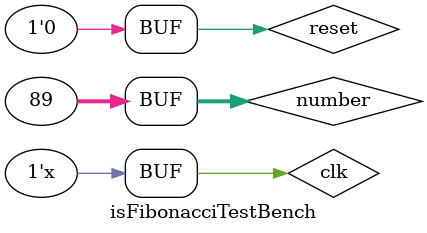
<source format=v>
`define CLOCK_TIME 200

module isFibonacciTestBench();
	wire result;
	wire[3:0] stuckState;
	reg clk;
	reg reset;
	reg go_i;
	reg[31:0] number;
	reg counter;
	// output wire, input reg


	initial begin
		clk <= 1'b0;
		counter <= 1'b0;
		reset <= 1'b0;
		number <= 32'b00000000000000000000000001011001;
		go_i <= 1'b1;
	end

	always #`CLOCK_TIME clk <= ~clk;
	isFibonacci ien(result, stuckState, clk, reset, go_i, number);
	// counter'in 0 lanmasi gerekiyor her turdan sonra
	
	
	
	always @(posedge clk) begin
		if ((stuckState == 4'd7 || stuckState == 4'd8) && (counter == 0))
			begin
			$display("result: %1d", result);
			counter <= counter + 1;
			go_i <= 1'b0;
			// go_i 0'a atanarak, isEvenNumber'da da state 2 ve 3'den sonra initial state'e gecmesi saglanabilir
			end		
		$display("state: %4d, go_i : %1d, result : %1d", stuckState, go_i, result);
	end
	
endmodule
</source>
